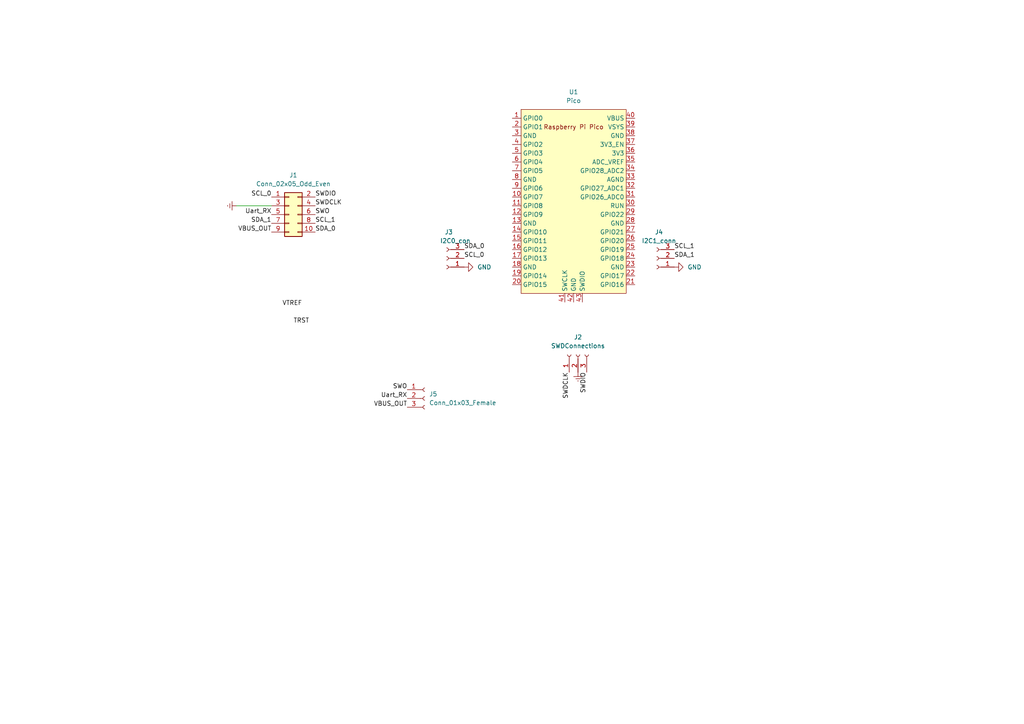
<source format=kicad_sch>
(kicad_sch (version 20211123) (generator eeschema)
  (paper "A4")
  (lib_symbols
    (symbol "Connector:Conn_01x03_Female" (pin_names (offset 1.016) hide)
      (property "Reference" "J" (at 0 5.08 0))
      (property "Value" "Conn_01x03_Female" (at 0 -5.08 0))
      (symbol "Conn_01x03_Female_1_1"
        (arc (start 0 -2.032) (mid -0.508 -2.54) (end 0 -3.048) (stroke (width 0.1524)))
        (polyline (pts (xy -1.27 -2.54) (xy -0.508 -2.54)) (stroke (width 0.1524)))
        (polyline (pts (xy -1.27 0) (xy -0.508 0)) (stroke (width 0.1524)))
        (polyline (pts (xy -1.27 2.54) (xy -0.508 2.54)) (stroke (width 0.1524)))
        (arc (start 0 0.508) (mid -0.508 0) (end 0 -0.508) (stroke (width 0.1524)))
        (arc (start 0 3.048) (mid -0.508 2.54) (end 0 2.032) (stroke (width 0.1524)))
        (pin passive line (at -5.08 2.54 0) (length 3.81) (name "Pin_1") (number "1"))
        (pin passive line (at -5.08 0 0) (length 3.81) (name "Pin_2") (number "2"))
        (pin passive line (at -5.08 -2.54 0) (length 3.81) (name "Pin_3") (number "3"))
      )
    )
    (symbol "Connector_Generic:Conn_02x05_Odd_Even" (pin_names (offset 1.016) hide)
      (property "Reference" "J" (at 1.27 7.62 0))
      (property "Value" "Conn_02x05_Odd_Even" (at 1.27 -7.62 0))
      (symbol "Conn_02x05_Odd_Even_1_1"
        (rectangle (start -1.27 -4.953) (end 0 -5.207) (stroke (width 0.1524)))
        (rectangle (start -1.27 -2.413) (end 0 -2.667) (stroke (width 0.1524)))
        (rectangle (start -1.27 0.127) (end 0 -0.127) (stroke (width 0.1524)))
        (rectangle (start -1.27 2.667) (end 0 2.413) (stroke (width 0.1524)))
        (rectangle (start -1.27 5.207) (end 0 4.953) (stroke (width 0.1524)))
        (rectangle (start -1.27 6.35) (end 3.81 -6.35) (stroke (width 0.254)) (fill (type background)))
        (rectangle (start 3.81 -4.953) (end 2.54 -5.207) (stroke (width 0.1524)))
        (rectangle (start 3.81 -2.413) (end 2.54 -2.667) (stroke (width 0.1524)))
        (rectangle (start 3.81 0.127) (end 2.54 -0.127) (stroke (width 0.1524)))
        (rectangle (start 3.81 2.667) (end 2.54 2.413) (stroke (width 0.1524)))
        (rectangle (start 3.81 5.207) (end 2.54 4.953) (stroke (width 0.1524)))
        (pin passive line (at -5.08 5.08 0) (length 3.81) (name "Pin_1") (number "1"))
        (pin passive line (at 7.62 -5.08 180) (length 3.81) (name "Pin_10") (number "10"))
        (pin passive line (at 7.62 5.08 180) (length 3.81) (name "Pin_2") (number "2"))
        (pin passive line (at -5.08 2.54 0) (length 3.81) (name "Pin_3") (number "3"))
        (pin passive line (at 7.62 2.54 180) (length 3.81) (name "Pin_4") (number "4"))
        (pin passive line (at -5.08 0 0) (length 3.81) (name "Pin_5") (number "5"))
        (pin passive line (at 7.62 0 180) (length 3.81) (name "Pin_6") (number "6"))
        (pin passive line (at -5.08 -2.54 0) (length 3.81) (name "Pin_7") (number "7"))
        (pin passive line (at 7.62 -2.54 180) (length 3.81) (name "Pin_8") (number "8"))
        (pin passive line (at -5.08 -5.08 0) (length 3.81) (name "Pin_9") (number "9"))
      )
    )
    (symbol "MCU_RaspberryPi_and_Boards:Pico"
      (property "Reference" "U" (at -13.97 27.94 0))
      (property "Value" "Pico" (at 0 19.05 0))
      (symbol "Pico_0_0"
        (text "Raspberry Pi Pico" (at 0 21.59 0) (effects (font (size 1.27 1.27))))
      )
      (symbol "Pico_0_1"
        (rectangle (start -15.24 26.67) (end 15.24 -26.67) (fill (type background)))
      )
      (symbol "Pico_1_1"
        (pin bidirectional line (at -17.78 24.13 0) (length 2.54) (name "GPIO0") (number "1"))
        (pin bidirectional line (at -17.78 1.27 0) (length 2.54) (name "GPIO7") (number "10"))
        (pin bidirectional line (at -17.78 -1.27 0) (length 2.54) (name "GPIO8") (number "11"))
        (pin bidirectional line (at -17.78 -3.81 0) (length 2.54) (name "GPIO9") (number "12"))
        (pin power_in line (at -17.78 -6.35 0) (length 2.54) (name "GND") (number "13"))
        (pin bidirectional line (at -17.78 -8.89 0) (length 2.54) (name "GPIO10") (number "14"))
        (pin bidirectional line (at -17.78 -11.43 0) (length 2.54) (name "GPIO11") (number "15"))
        (pin bidirectional line (at -17.78 -13.97 0) (length 2.54) (name "GPIO12") (number "16"))
        (pin bidirectional line (at -17.78 -16.51 0) (length 2.54) (name "GPIO13") (number "17"))
        (pin power_in line (at -17.78 -19.05 0) (length 2.54) (name "GND") (number "18"))
        (pin bidirectional line (at -17.78 -21.59 0) (length 2.54) (name "GPIO14") (number "19"))
        (pin bidirectional line (at -17.78 21.59 0) (length 2.54) (name "GPIO1") (number "2"))
        (pin bidirectional line (at -17.78 -24.13 0) (length 2.54) (name "GPIO15") (number "20"))
        (pin bidirectional line (at 17.78 -24.13 180) (length 2.54) (name "GPIO16") (number "21"))
        (pin bidirectional line (at 17.78 -21.59 180) (length 2.54) (name "GPIO17") (number "22"))
        (pin power_in line (at 17.78 -19.05 180) (length 2.54) (name "GND") (number "23"))
        (pin bidirectional line (at 17.78 -16.51 180) (length 2.54) (name "GPIO18") (number "24"))
        (pin bidirectional line (at 17.78 -13.97 180) (length 2.54) (name "GPIO19") (number "25"))
        (pin bidirectional line (at 17.78 -11.43 180) (length 2.54) (name "GPIO20") (number "26"))
        (pin bidirectional line (at 17.78 -8.89 180) (length 2.54) (name "GPIO21") (number "27"))
        (pin power_in line (at 17.78 -6.35 180) (length 2.54) (name "GND") (number "28"))
        (pin bidirectional line (at 17.78 -3.81 180) (length 2.54) (name "GPIO22") (number "29"))
        (pin power_in line (at -17.78 19.05 0) (length 2.54) (name "GND") (number "3"))
        (pin input line (at 17.78 -1.27 180) (length 2.54) (name "RUN") (number "30"))
        (pin bidirectional line (at 17.78 1.27 180) (length 2.54) (name "GPIO26_ADC0") (number "31"))
        (pin bidirectional line (at 17.78 3.81 180) (length 2.54) (name "GPIO27_ADC1") (number "32"))
        (pin power_in line (at 17.78 6.35 180) (length 2.54) (name "AGND") (number "33"))
        (pin bidirectional line (at 17.78 8.89 180) (length 2.54) (name "GPIO28_ADC2") (number "34"))
        (pin power_in line (at 17.78 11.43 180) (length 2.54) (name "ADC_VREF") (number "35"))
        (pin power_in line (at 17.78 13.97 180) (length 2.54) (name "3V3") (number "36"))
        (pin input line (at 17.78 16.51 180) (length 2.54) (name "3V3_EN") (number "37"))
        (pin bidirectional line (at 17.78 19.05 180) (length 2.54) (name "GND") (number "38"))
        (pin power_in line (at 17.78 21.59 180) (length 2.54) (name "VSYS") (number "39"))
        (pin bidirectional line (at -17.78 16.51 0) (length 2.54) (name "GPIO2") (number "4"))
        (pin power_in line (at 17.78 24.13 180) (length 2.54) (name "VBUS") (number "40"))
        (pin input line (at -2.54 -29.21 90) (length 2.54) (name "SWCLK") (number "41"))
        (pin power_in line (at 0 -29.21 90) (length 2.54) (name "GND") (number "42"))
        (pin bidirectional line (at 2.54 -29.21 90) (length 2.54) (name "SWDIO") (number "43"))
        (pin bidirectional line (at -17.78 13.97 0) (length 2.54) (name "GPIO3") (number "5"))
        (pin bidirectional line (at -17.78 11.43 0) (length 2.54) (name "GPIO4") (number "6"))
        (pin bidirectional line (at -17.78 8.89 0) (length 2.54) (name "GPIO5") (number "7"))
        (pin power_in line (at -17.78 6.35 0) (length 2.54) (name "GND") (number "8"))
        (pin bidirectional line (at -17.78 3.81 0) (length 2.54) (name "GPIO6") (number "9"))
      )
    )
    (symbol "power:Earth" (power) (pin_names (offset 0))
      (symbol "Earth_0_1"
        (polyline (pts (xy -0.635 -1.905) (xy 0.635 -1.905)))
        (polyline (pts (xy -0.127 -2.54) (xy 0.127 -2.54)))
        (polyline (pts (xy 0 -1.27) (xy 0 0)))
        (polyline (pts (xy 1.27 -1.27) (xy -1.27 -1.27)))
      )
      (symbol "Earth_1_1"
        (pin power_in line (at 0 0 270) (length 0) hide (name "Earth") (number "1"))
      )
    )
    (symbol "power:GND" (power) (pin_names (offset 0))
      (property "Value" "GND" (at 0 -3.81 0))
      (symbol "GND_0_1"
        (polyline (pts (xy 0 0) (xy 0 -1.27) (xy 1.27 -1.27) (xy 0 -2.54) (xy -1.27 -1.27) (xy 0 -1.27)))
      )
      (symbol "GND_1_1"
        (pin power_in line (at 0 0 270) (length 0) hide (name "GND") (number "1"))
      )
    )
  )
  (wire (pts (xy 68.58 59.69) (xy 78.74 59.69)))
  (label "SWDIO" (at 170.18 107.95 270))
  (label "SCL_1" (at 91.44 64.77 0))
  (label "SWDCLK" (at 165.1 107.95 270))
  (label "VBUS_OUT" (at 118.11 118.11 180))
  (label "SCL_0" (at 134.62 74.93 0))
  (label "SWDCLK" (at 91.44 59.69 0))
  (label "VBUS_OUT" (at 78.74 67.31 180))
  (label "SWO" (at 118.11 113.03 180))
  (label "Uart_RX" (at 118.11 115.57 180))
  (label "SDA_0" (at 91.44 67.31 0))
  (label "TRST" (at 85.09 93.98 0))
  (label "SCL_0" (at 78.74 57.15 180))
  (label "SWDIO" (at 91.44 57.15 0))
  (label "SWO" (at 91.44 62.23 0))
  (label "SDA_0" (at 134.62 72.39 0))
  (label "VTREF" (at 87.63 88.9 180))
  (label "SDA_1" (at 195.58 74.93 0))
  (label "Uart_RX" (at 78.74 62.23 180))
  (label "SCL_1" (at 195.58 72.39 0))
  (label "SDA_1" (at 78.74 64.77 180))
  (symbol (lib_id "Connector:Conn_01x03_Female") (at 167.64 102.87 90) (unit 1)
    (property "Reference" "J2" (at 167.64 97.79 90))
    (property "Value" "SWDConnections" (at 167.64 100.33 90))
    (property "Footprint" "ProgramingFootprints:BottomSWDConnection" (effects hide))
  )
  (symbol (lib_id "power:Earth") (at 68.58 59.69 270) (unit 1)
    (property "Reference" "#PWR01" (effects hide))
    (property "Value" "Earth" (effects hide))
  )
  (symbol (lib_id "Connector:Conn_01x03_Female") (at 190.5 74.93 180) (unit 1)
    (property "Reference" "J4" (at 191.135 67.31 0))
    (property "Value" "I2C1_conn" (at 191.135 69.85 0))
    (property "Footprint" "ProgramingFootprints:BottomSWDConnection" (effects hide))
  )
  (symbol (lib_id "MCU_RaspberryPi_and_Boards:Pico") (at 166.37 58.42 0) (unit 1)
    (property "Reference" "U1" (at 166.37 26.67 0))
    (property "Value" "Pico" (at 166.37 29.21 0))
    (property "Footprint" "MCU_RaspberryPi_and_Boards:RPi_Pico_SMD_TH" (effects hide))
  )
  (symbol (lib_id "Connector:Conn_01x03_Female") (at 129.54 74.93 180) (unit 1)
    (property "Reference" "J3" (at 130.175 67.31 0))
    (property "Value" "I2C0_con" (at 132.08 69.85 0))
    (property "Footprint" "ProgramingFootprints:BottomSWDConnection" (effects hide))
  )
  (symbol (lib_id "power:Earth") (at 167.64 107.95 0) (unit 1)
    (property "Reference" "#PWR0101" (effects hide))
    (property "Value" "Earth" (effects hide))
  )
  (symbol (lib_id "power:GND") (at 134.62 77.47 90) (unit 1)
    (property "Reference" "#PWR0103" (effects hide))
    (property "Value" "GND" (at 138.43 77.4699 90) (effects (justify right)))
  )
  (symbol (lib_id "Connector_Generic:Conn_02x05_Odd_Even") (at 83.82 62.23 0) (unit 1)
    (property "Reference" "J1" (at 85.09 50.8 0))
    (property "Value" "Conn_02x05_Odd_Even" (at 85.09 53.34 0))
    (property "Footprint" "LocalFootprints:3220-10-0300-00-TR" (effects hide))
  )
  (symbol (lib_id "Connector:Conn_01x03_Female") (at 123.19 115.57 0) (unit 1)
    (property "Reference" "J5" (at 124.46 114.2999 0) (effects (justify left)))
    (property "Value" "Conn_01x03_Female" (at 124.46 116.8399 0) (effects (justify left)))
    (property "Footprint" "ProgramingFootprints:BottomSWDConnection" (effects hide))
  )
  (symbol (lib_id "power:GND") (at 195.58 77.47 90) (unit 1)
    (property "Reference" "#PWR0102" (effects hide))
    (property "Value" "GND" (at 199.39 77.4699 90) (effects (justify right)))
  )
)
</source>
